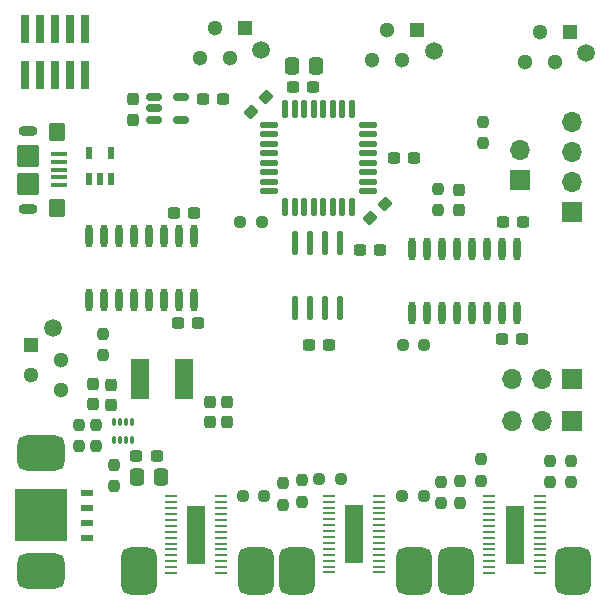
<source format=gbr>
%TF.GenerationSoftware,KiCad,Pcbnew,9.0.5-9.0.5~ubuntu24.04.1*%
%TF.CreationDate,2025-11-10T21:38:20+02:00*%
%TF.ProjectId,picr_1_9tdi,70696372-5f31-45f3-9974-64692e6b6963,1*%
%TF.SameCoordinates,Original*%
%TF.FileFunction,Soldermask,Top*%
%TF.FilePolarity,Negative*%
%FSLAX46Y46*%
G04 Gerber Fmt 4.6, Leading zero omitted, Abs format (unit mm)*
G04 Created by KiCad (PCBNEW 9.0.5-9.0.5~ubuntu24.04.1) date 2025-11-10 21:38:20*
%MOMM*%
%LPD*%
G01*
G04 APERTURE LIST*
G04 Aperture macros list*
%AMRoundRect*
0 Rectangle with rounded corners*
0 $1 Rounding radius*
0 $2 $3 $4 $5 $6 $7 $8 $9 X,Y pos of 4 corners*
0 Add a 4 corners polygon primitive as box body*
4,1,4,$2,$3,$4,$5,$6,$7,$8,$9,$2,$3,0*
0 Add four circle primitives for the rounded corners*
1,1,$1+$1,$2,$3*
1,1,$1+$1,$4,$5*
1,1,$1+$1,$6,$7*
1,1,$1+$1,$8,$9*
0 Add four rect primitives between the rounded corners*
20,1,$1+$1,$2,$3,$4,$5,0*
20,1,$1+$1,$4,$5,$6,$7,0*
20,1,$1+$1,$6,$7,$8,$9,0*
20,1,$1+$1,$8,$9,$2,$3,0*%
G04 Aperture macros list end*
%ADD10RoundRect,0.237500X0.250000X0.237500X-0.250000X0.237500X-0.250000X-0.237500X0.250000X-0.237500X0*%
%ADD11RoundRect,0.750000X-1.250000X0.750000X-1.250000X-0.750000X1.250000X-0.750000X1.250000X0.750000X0*%
%ADD12O,0.602000X1.971000*%
%ADD13RoundRect,0.237500X-0.237500X0.250000X-0.237500X-0.250000X0.237500X-0.250000X0.237500X0.250000X0*%
%ADD14RoundRect,0.237500X0.044194X0.380070X-0.380070X-0.044194X-0.044194X-0.380070X0.380070X0.044194X0*%
%ADD15R,1.117600X0.228600*%
%ADD16R,1.625600X4.927600*%
%ADD17RoundRect,0.237500X0.300000X0.237500X-0.300000X0.237500X-0.300000X-0.237500X0.300000X-0.237500X0*%
%ADD18RoundRect,0.750000X-0.750000X-1.250000X0.750000X-1.250000X0.750000X1.250000X-0.750000X1.250000X0*%
%ADD19RoundRect,0.237500X0.237500X-0.250000X0.237500X0.250000X-0.237500X0.250000X-0.237500X-0.250000X0*%
%ADD20C,1.500000*%
%ADD21R,1.300000X1.300000*%
%ADD22C,1.300000*%
%ADD23R,1.000000X0.595000*%
%ADD24R,4.500000X4.500000*%
%ADD25RoundRect,0.050000X0.100000X-0.285000X0.100000X0.285000X-0.100000X0.285000X-0.100000X-0.285000X0*%
%ADD26RoundRect,0.237500X-0.300000X-0.237500X0.300000X-0.237500X0.300000X0.237500X-0.300000X0.237500X0*%
%ADD27RoundRect,0.237500X-0.250000X-0.237500X0.250000X-0.237500X0.250000X0.237500X-0.250000X0.237500X0*%
%ADD28RoundRect,0.237500X-0.237500X0.300000X-0.237500X-0.300000X0.237500X-0.300000X0.237500X0.300000X0*%
%ADD29R,1.500000X3.500000*%
%ADD30RoundRect,0.237500X-0.044194X-0.380070X0.380070X0.044194X0.044194X0.380070X-0.380070X-0.044194X0*%
%ADD31R,1.700000X1.700000*%
%ADD32O,1.700000X1.700000*%
%ADD33RoundRect,0.250000X-0.337500X-0.475000X0.337500X-0.475000X0.337500X0.475000X-0.337500X0.475000X0*%
%ADD34RoundRect,0.125000X0.625000X0.125000X-0.625000X0.125000X-0.625000X-0.125000X0.625000X-0.125000X0*%
%ADD35RoundRect,0.125000X0.125000X0.625000X-0.125000X0.625000X-0.125000X-0.625000X0.125000X-0.625000X0*%
%ADD36RoundRect,0.100000X-0.575000X0.100000X-0.575000X-0.100000X0.575000X-0.100000X0.575000X0.100000X0*%
%ADD37O,1.600000X0.900000*%
%ADD38RoundRect,0.250000X-0.450000X0.550000X-0.450000X-0.550000X0.450000X-0.550000X0.450000X0.550000X0*%
%ADD39RoundRect,0.250000X-0.700000X0.700000X-0.700000X-0.700000X0.700000X-0.700000X0.700000X0.700000X0*%
%ADD40R,0.760000X2.400000*%
%ADD41RoundRect,0.150000X-0.512500X-0.150000X0.512500X-0.150000X0.512500X0.150000X-0.512500X0.150000X0*%
%ADD42O,0.588000X2.045000*%
%ADD43RoundRect,0.237500X0.237500X-0.300000X0.237500X0.300000X-0.237500X0.300000X-0.237500X-0.300000X0*%
%ADD44RoundRect,0.237500X-0.237500X0.287500X-0.237500X-0.287500X0.237500X-0.287500X0.237500X0.287500X0*%
%ADD45R,0.600000X1.000000*%
G04 APERTURE END LIST*
D10*
%TO.C,R1*%
X89500000Y-108650000D03*
X87675000Y-108650000D03*
%TD*%
D11*
%TO.C,J2*%
X70600000Y-105000000D03*
X70600000Y-115000000D03*
%TD*%
D12*
%TO.C,U13*%
X110890000Y-87700000D03*
X109620000Y-87700000D03*
X108350000Y-87700000D03*
X107080000Y-87700000D03*
X105810000Y-87700000D03*
X104540000Y-87700000D03*
X103270000Y-87700000D03*
X102000000Y-87700000D03*
X102000000Y-93171000D03*
X103270000Y-93171000D03*
X104540000Y-93171000D03*
X105810000Y-93171000D03*
X107080000Y-93171000D03*
X108350000Y-93171000D03*
X109620000Y-93171000D03*
X110890000Y-93171000D03*
%TD*%
D13*
%TO.C,R14*%
X113700000Y-105625000D03*
X113700000Y-107450000D03*
%TD*%
D14*
%TO.C,C22*%
X99700000Y-83900000D03*
X98480240Y-85119760D03*
%TD*%
D15*
%TO.C,U1*%
X81579100Y-108649181D03*
X81579100Y-109149307D03*
X81579100Y-109649433D03*
X81579100Y-110149559D03*
X81579100Y-110649685D03*
X81579100Y-111149811D03*
X81579100Y-111649937D03*
X81579100Y-112150063D03*
X81579100Y-112650189D03*
X81579100Y-113150315D03*
X81579100Y-113650441D03*
X81579100Y-114150567D03*
X81579100Y-114650693D03*
X81579100Y-115150819D03*
X85820900Y-115150819D03*
X85820900Y-114650693D03*
X85820900Y-114150567D03*
X85820900Y-113650441D03*
X85820900Y-113150315D03*
X85820900Y-112650189D03*
X85820900Y-112150063D03*
X85820900Y-111649937D03*
X85820900Y-111149811D03*
X85820900Y-110649685D03*
X85820900Y-110149559D03*
X85820900Y-109649433D03*
X85820900Y-109149307D03*
X85820900Y-108649181D03*
D16*
X83700000Y-111900000D03*
%TD*%
D17*
%TO.C,C35*%
X111325000Y-95300000D03*
X109600000Y-95300000D03*
%TD*%
D18*
%TO.C,J9*%
X92300000Y-114950000D03*
X102200000Y-114950000D03*
%TD*%
D19*
%TO.C,R19*%
X75900000Y-96700000D03*
X75900000Y-94875000D03*
%TD*%
D20*
%TO.C,U11*%
X116775000Y-71100000D03*
D21*
X115375000Y-69300000D03*
D22*
X114105000Y-71840000D03*
X112835000Y-69300000D03*
X111565000Y-71840000D03*
%TD*%
D10*
%TO.C,R9*%
X103025000Y-108650000D03*
X101200000Y-108650000D03*
%TD*%
D23*
%TO.C,Q1*%
X74532000Y-112173000D03*
X74532000Y-110903000D03*
X74532000Y-109633000D03*
X74532000Y-108363000D03*
D24*
X70618000Y-110268000D03*
%TD*%
D25*
%TO.C,U3*%
X76800000Y-103880000D03*
X77300000Y-103880000D03*
X77800000Y-103880000D03*
X78300000Y-103880000D03*
X78300000Y-102400000D03*
X77800000Y-102400000D03*
X77300000Y-102400000D03*
X76800000Y-102400000D03*
%TD*%
D20*
%TO.C,U9*%
X103855000Y-70980000D03*
D21*
X102455000Y-69180000D03*
D22*
X101185000Y-71720000D03*
X99915000Y-69180000D03*
X98645000Y-71720000D03*
%TD*%
D26*
%TO.C,C36*%
X97600000Y-87800000D03*
X99325000Y-87800000D03*
%TD*%
D27*
%TO.C,R10*%
X94187500Y-107200000D03*
X96012500Y-107200000D03*
%TD*%
D17*
%TO.C,C33*%
X83600000Y-84700000D03*
X81875000Y-84700000D03*
%TD*%
D15*
%TO.C,U6*%
X108579100Y-108649181D03*
X108579100Y-109149307D03*
X108579100Y-109649433D03*
X108579100Y-110149559D03*
X108579100Y-110649685D03*
X108579100Y-111149811D03*
X108579100Y-111649937D03*
X108579100Y-112150063D03*
X108579100Y-112650189D03*
X108579100Y-113150315D03*
X108579100Y-113650441D03*
X108579100Y-114150567D03*
X108579100Y-114650693D03*
X108579100Y-115150819D03*
X112820900Y-115150819D03*
X112820900Y-114650693D03*
X112820900Y-114150567D03*
X112820900Y-113650441D03*
X112820900Y-113150315D03*
X112820900Y-112650189D03*
X112820900Y-112150063D03*
X112820900Y-111649937D03*
X112820900Y-111149811D03*
X112820900Y-110649685D03*
X112820900Y-110149559D03*
X112820900Y-109649433D03*
X112820900Y-109149307D03*
X112820900Y-108649181D03*
D16*
X110700000Y-111900000D03*
%TD*%
D20*
%TO.C,U15*%
X71600000Y-94410000D03*
D21*
X69800000Y-95810000D03*
D22*
X72340000Y-97080000D03*
X69800000Y-98350000D03*
X72340000Y-99620000D03*
%TD*%
D28*
%TO.C,C16*%
X78400000Y-75025000D03*
X78400000Y-76750000D03*
%TD*%
D29*
%TO.C,L1*%
X79000000Y-98700000D03*
X82700000Y-98700000D03*
%TD*%
D30*
%TO.C,C24*%
X88425000Y-76075000D03*
X89644760Y-74855240D03*
%TD*%
D19*
%TO.C,R16*%
X107900000Y-107350000D03*
X107900000Y-105525000D03*
%TD*%
D27*
%TO.C,R15*%
X87475000Y-85425000D03*
X89300000Y-85425000D03*
%TD*%
D17*
%TO.C,C37*%
X94995000Y-95850000D03*
X93269998Y-95850000D03*
%TD*%
D13*
%TO.C,R4*%
X76800000Y-105975000D03*
X76800000Y-107800000D03*
%TD*%
D19*
%TO.C,R11*%
X92700000Y-109100000D03*
X92700000Y-107275000D03*
%TD*%
D15*
%TO.C,U4*%
X95008200Y-108598362D03*
X95008200Y-109098488D03*
X95008200Y-109598614D03*
X95008200Y-110098740D03*
X95008200Y-110598866D03*
X95008200Y-111098992D03*
X95008200Y-111599118D03*
X95008200Y-112099244D03*
X95008200Y-112599370D03*
X95008200Y-113099496D03*
X95008200Y-113599622D03*
X95008200Y-114099748D03*
X95008200Y-114599874D03*
X95008200Y-115100000D03*
X99250000Y-115100000D03*
X99250000Y-114599874D03*
X99250000Y-114099748D03*
X99250000Y-113599622D03*
X99250000Y-113099496D03*
X99250000Y-112599370D03*
X99250000Y-112099244D03*
X99250000Y-111599118D03*
X99250000Y-111098992D03*
X99250000Y-110598866D03*
X99250000Y-110098740D03*
X99250000Y-109598614D03*
X99250000Y-109098488D03*
X99250000Y-108598362D03*
D16*
X97129100Y-111849181D03*
%TD*%
D31*
%TO.C,J4*%
X115600000Y-102300000D03*
D32*
X113060000Y-102300000D03*
X110520000Y-102300000D03*
%TD*%
D13*
%TO.C,R8*%
X73800000Y-102587500D03*
X73800000Y-104412500D03*
%TD*%
D18*
%TO.C,J8*%
X78900000Y-114950000D03*
X88800000Y-114950000D03*
%TD*%
D33*
%TO.C,C21*%
X91850000Y-72225000D03*
X93925000Y-72225000D03*
%TD*%
D18*
%TO.C,J7*%
X105750000Y-114962500D03*
X115650000Y-114962500D03*
%TD*%
D34*
%TO.C,U7*%
X98275000Y-82800000D03*
X98275000Y-82000000D03*
X98275000Y-81200000D03*
X98275000Y-80400000D03*
X98275000Y-79600000D03*
X98275000Y-78800000D03*
X98275000Y-78000000D03*
X98275000Y-77200000D03*
D35*
X96900000Y-75825000D03*
X96100000Y-75825000D03*
X95300000Y-75825000D03*
X94500000Y-75825000D03*
X93700000Y-75825000D03*
X92900000Y-75825000D03*
X92100000Y-75825000D03*
X91300000Y-75825000D03*
D34*
X89925000Y-77200000D03*
X89925000Y-78000000D03*
X89925000Y-78800000D03*
X89925000Y-79600000D03*
X89925000Y-80400000D03*
X89925000Y-81200000D03*
X89925000Y-82000000D03*
X89925000Y-82800000D03*
D35*
X91300000Y-84175000D03*
X92100000Y-84175000D03*
X92900000Y-84175000D03*
X93700000Y-84175000D03*
X94500000Y-84175000D03*
X95300000Y-84175000D03*
X96100000Y-84175000D03*
X96900000Y-84175000D03*
%TD*%
D36*
%TO.C,J1*%
X72175000Y-79700000D03*
X72175000Y-80350000D03*
X72175000Y-81000000D03*
X72175000Y-81650000D03*
X72175000Y-82300000D03*
D37*
X69500000Y-77700000D03*
D38*
X71950000Y-77800000D03*
D39*
X69500000Y-79800000D03*
X69500000Y-82200000D03*
D38*
X71950000Y-84200000D03*
D37*
X69500000Y-84300000D03*
%TD*%
D17*
%TO.C,C34*%
X83925000Y-94000000D03*
X82200000Y-94000000D03*
%TD*%
D40*
%TO.C,U8*%
X74340000Y-69050000D03*
X74340000Y-72950000D03*
X73070000Y-69050000D03*
X73070000Y-72950000D03*
X71800000Y-69050000D03*
X71800000Y-72950000D03*
X70530000Y-69050000D03*
X70530000Y-72950000D03*
X69260000Y-69050000D03*
X69260000Y-72950000D03*
%TD*%
D41*
%TO.C,U5*%
X80200000Y-74850000D03*
X80200000Y-75800000D03*
X80200000Y-76750000D03*
X82475000Y-76750000D03*
X82475000Y-74850000D03*
%TD*%
D26*
%TO.C,C25*%
X100500000Y-80000000D03*
X102225000Y-80000000D03*
%TD*%
D13*
%TO.C,R12*%
X104200000Y-82625000D03*
X104200000Y-84450000D03*
%TD*%
D19*
%TO.C,R5*%
X91100000Y-109350000D03*
X91100000Y-107525000D03*
%TD*%
D31*
%TO.C,J3*%
X115600000Y-84540000D03*
D32*
X115600000Y-82000000D03*
X115600000Y-79460000D03*
X115600000Y-76920000D03*
%TD*%
D42*
%TO.C,U14*%
X95900000Y-87200000D03*
X94630000Y-87200000D03*
X93360000Y-87200000D03*
X92090000Y-87200000D03*
X92090000Y-92745000D03*
X93360000Y-92745000D03*
X94630000Y-92745000D03*
X95900000Y-92745000D03*
%TD*%
D12*
%TO.C,U12*%
X83550000Y-86600000D03*
X82280000Y-86600000D03*
X81010000Y-86600000D03*
X79740000Y-86600000D03*
X78470000Y-86600000D03*
X77200000Y-86600000D03*
X75930000Y-86600000D03*
X74660000Y-86600000D03*
X74660000Y-92071000D03*
X75930000Y-92071000D03*
X77200000Y-92071000D03*
X78470000Y-92071000D03*
X79740000Y-92071000D03*
X81010000Y-92071000D03*
X82280000Y-92071000D03*
X83550000Y-92071000D03*
%TD*%
D28*
%TO.C,C12*%
X86400000Y-100625000D03*
X86400000Y-102350000D03*
%TD*%
D19*
%TO.C,R18*%
X115500000Y-107450000D03*
X115500000Y-105625000D03*
%TD*%
D33*
%TO.C,C5*%
X78700000Y-107050000D03*
X80775000Y-107050000D03*
%TD*%
D26*
%TO.C,C6*%
X78675000Y-105250000D03*
X80400000Y-105250000D03*
%TD*%
D43*
%TO.C,C10*%
X76500000Y-100925000D03*
X76500000Y-99200000D03*
%TD*%
D31*
%TO.C,J6*%
X115580000Y-98700000D03*
D32*
X113040000Y-98700000D03*
X110500000Y-98700000D03*
%TD*%
D20*
%TO.C,U10*%
X89245000Y-70835000D03*
D21*
X87845000Y-69035000D03*
D22*
X86575000Y-71575000D03*
X85305000Y-69035000D03*
X84035000Y-71575000D03*
%TD*%
D31*
%TO.C,J5*%
X111200000Y-81850000D03*
D32*
X111200000Y-79310000D03*
%TD*%
D19*
%TO.C,R13*%
X104500000Y-109250000D03*
X104500000Y-107425000D03*
%TD*%
D17*
%TO.C,C32*%
X111425000Y-85400000D03*
X109700000Y-85400000D03*
%TD*%
D27*
%TO.C,R20*%
X101250000Y-95850000D03*
X103075000Y-95850000D03*
%TD*%
D26*
%TO.C,C27*%
X91924998Y-73975000D03*
X93650000Y-73975000D03*
%TD*%
D19*
%TO.C,R7*%
X75300000Y-104412500D03*
X75300000Y-102587500D03*
%TD*%
%TO.C,R17*%
X106050000Y-109200000D03*
X106050000Y-107375000D03*
%TD*%
D43*
%TO.C,C8*%
X75000000Y-100850000D03*
X75000000Y-99125000D03*
%TD*%
D44*
%TO.C,D1*%
X105975000Y-82675000D03*
X105975000Y-84425000D03*
%TD*%
D26*
%TO.C,C18*%
X84300000Y-75000000D03*
X86025000Y-75000000D03*
%TD*%
D28*
%TO.C,C11*%
X84900000Y-100650000D03*
X84900000Y-102375000D03*
%TD*%
D45*
%TO.C,U2*%
X74675000Y-81775000D03*
X75625000Y-81775000D03*
X76575000Y-81775000D03*
X76575000Y-79575000D03*
X74675000Y-79575000D03*
%TD*%
D13*
%TO.C,R6*%
X108000000Y-76950000D03*
X108000000Y-78775000D03*
%TD*%
M02*

</source>
